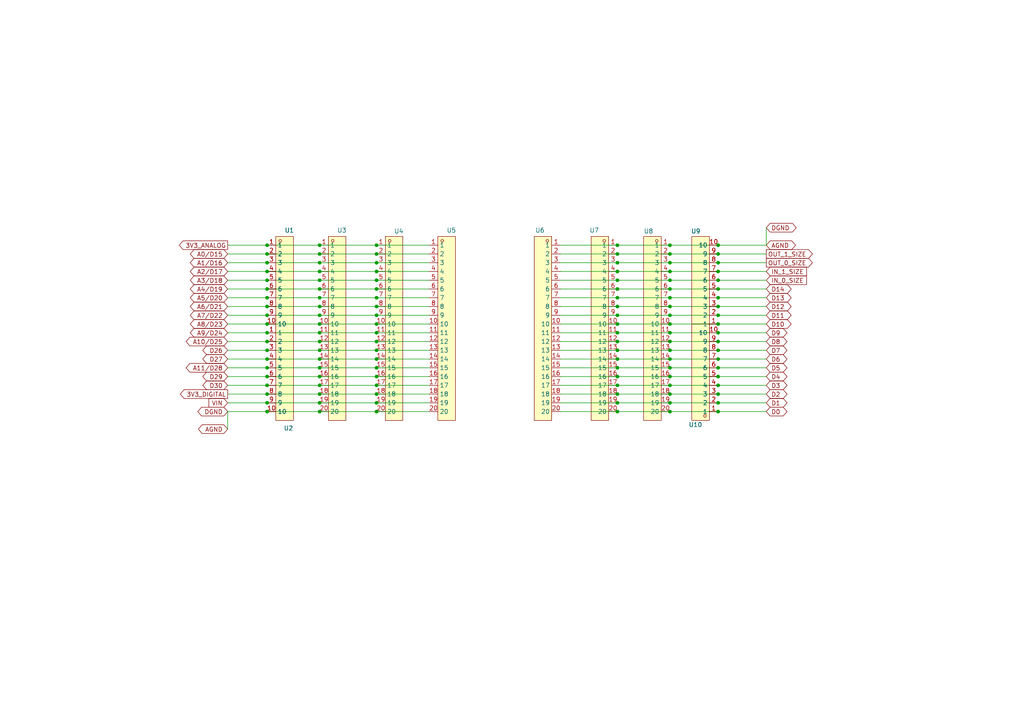
<source format=kicad_sch>
(kicad_sch (version 20250114) (generator "eeschema") (generator_version "9.0")
  (paper "A4")
  (title_block (title "Charge Seed Breakout") (date "2025-10-11") (rev "v0.1") (company "Copyright © 2025 clectric.diy Licensed under CERN-OHL-S v2") (comment 1 "Charles H. Leggett"))
  (lib_symbols
    (symbol "easyeda2kicad:2541FV-20P-B"
      (property "Reference" "U" (at 0 29.21 0))
      (property "Value" "2541FV-20P-B" (at 0 -29.21 0))
      (symbol "2541FV-20P-B_0_1"
        (rectangle (start -2.54 26.67) (end 2.54 -26.67) (fill (type background)))
        (circle (center -1.27 25.4) (radius 0.38))
        (pin unspecified line (at -5.08 24.13 0) (length 2.54) (name "1") (number "1"))
        (pin unspecified line (at -5.08 21.59 0) (length 2.54) (name "2") (number "2"))
        (pin unspecified line (at -5.08 19.05 0) (length 2.54) (name "3") (number "3"))
        (pin unspecified line (at -5.08 16.51 0) (length 2.54) (name "4") (number "4"))
        (pin unspecified line (at -5.08 13.97 0) (length 2.54) (name "5") (number "5"))
        (pin unspecified line (at -5.08 11.43 0) (length 2.54) (name "6") (number "6"))
        (pin unspecified line (at -5.08 8.89 0) (length 2.54) (name "7") (number "7"))
        (pin unspecified line (at -5.08 6.35 0) (length 2.54) (name "8") (number "8"))
        (pin unspecified line (at -5.08 3.81 0) (length 2.54) (name "9") (number "9"))
        (pin unspecified line (at -5.08 1.27 0) (length 2.54) (name "10") (number "10"))
        (pin unspecified line (at -5.08 -1.27 0) (length 2.54) (name "11") (number "11"))
        (pin unspecified line (at -5.08 -3.81 0) (length 2.54) (name "12") (number "12"))
        (pin unspecified line (at -5.08 -6.35 0) (length 2.54) (name "13") (number "13"))
        (pin unspecified line (at -5.08 -8.89 0) (length 2.54) (name "14") (number "14"))
        (pin unspecified line (at -5.08 -11.43 0) (length 2.54) (name "15") (number "15"))
        (pin unspecified line (at -5.08 -13.97 0) (length 2.54) (name "16") (number "16"))
        (pin unspecified line (at -5.08 -16.51 0) (length 2.54) (name "17") (number "17"))
        (pin unspecified line (at -5.08 -19.05 0) (length 2.54) (name "18") (number "18"))
        (pin unspecified line (at -5.08 -21.59 0) (length 2.54) (name "19") (number "19"))
        (pin unspecified line (at -5.08 -24.13 0) (length 2.54) (name "20") (number "20"))
      )
    )
    (symbol "easyeda2kicad:JL308-25410G01"
      (property "Reference" "U" (at 0 16.51 0))
      (property "Value" "JL308-25410G01" (at 0 -16.51 0))
      (symbol "JL308-25410G01_0_1"
        (rectangle (start -2.54 13.97) (end 2.54 -13.97) (fill (type background)))
        (circle (center -1.27 12.7) (radius 0.38))
        (pin unspecified line (at -5.08 11.43 0) (length 2.54) (name "1") (number "1"))
        (pin unspecified line (at -5.08 8.89 0) (length 2.54) (name "2") (number "2"))
        (pin unspecified line (at -5.08 6.35 0) (length 2.54) (name "3") (number "3"))
        (pin unspecified line (at -5.08 3.81 0) (length 2.54) (name "4") (number "4"))
        (pin unspecified line (at -5.08 1.27 0) (length 2.54) (name "5") (number "5"))
        (pin unspecified line (at -5.08 -1.27 0) (length 2.54) (name "6") (number "6"))
        (pin unspecified line (at -5.08 -3.81 0) (length 2.54) (name "7") (number "7"))
        (pin unspecified line (at -5.08 -6.35 0) (length 2.54) (name "8") (number "8"))
        (pin unspecified line (at -5.08 -8.89 0) (length 2.54) (name "9") (number "9"))
        (pin unspecified line (at -5.08 -11.43 0) (length 2.54) (name "10") (number "10"))
      )
    )
    (symbol "easyeda2kicad:P125-1120A0BS116A1"
      (property "Reference" "U" (at 0 29.21 0))
      (property "Value" "P125-1120A0BS116A1" (at 0 -29.21 0))
      (symbol "P125-1120A0BS116A1_0_1"
        (rectangle (start -2.54 26.67) (end 2.54 -26.67) (fill (type background)))
        (circle (center -1.27 25.4) (radius 0.38))
        (pin unspecified line (at -5.08 24.13 0) (length 2.54) (name "1") (number "1"))
        (pin unspecified line (at -5.08 21.59 0) (length 2.54) (name "2") (number "2"))
        (pin unspecified line (at -5.08 19.05 0) (length 2.54) (name "3") (number "3"))
        (pin unspecified line (at -5.08 16.51 0) (length 2.54) (name "4") (number "4"))
        (pin unspecified line (at -5.08 13.97 0) (length 2.54) (name "5") (number "5"))
        (pin unspecified line (at -5.08 11.43 0) (length 2.54) (name "6") (number "6"))
        (pin unspecified line (at -5.08 8.89 0) (length 2.54) (name "7") (number "7"))
        (pin unspecified line (at -5.08 6.35 0) (length 2.54) (name "8") (number "8"))
        (pin unspecified line (at -5.08 3.81 0) (length 2.54) (name "9") (number "9"))
        (pin unspecified line (at -5.08 1.27 0) (length 2.54) (name "10") (number "10"))
        (pin unspecified line (at -5.08 -1.27 0) (length 2.54) (name "11") (number "11"))
        (pin unspecified line (at -5.08 -3.81 0) (length 2.54) (name "12") (number "12"))
        (pin unspecified line (at -5.08 -6.35 0) (length 2.54) (name "13") (number "13"))
        (pin unspecified line (at -5.08 -8.89 0) (length 2.54) (name "14") (number "14"))
        (pin unspecified line (at -5.08 -11.43 0) (length 2.54) (name "15") (number "15"))
        (pin unspecified line (at -5.08 -13.97 0) (length 2.54) (name "16") (number "16"))
        (pin unspecified line (at -5.08 -16.51 0) (length 2.54) (name "17") (number "17"))
        (pin unspecified line (at -5.08 -19.05 0) (length 2.54) (name "18") (number "18"))
        (pin unspecified line (at -5.08 -21.59 0) (length 2.54) (name "19") (number "19"))
        (pin unspecified line (at -5.08 -24.13 0) (length 2.54) (name "20") (number "20"))
      )
    )
  )
  (junction (at 92.71 76.2))
  (junction (at 179.07 104.14))
  (junction (at 77.47 88.9))
  (junction (at 77.47 109.22))
  (junction (at 92.71 114.3))
  (junction (at 92.71 106.68))
  (junction (at 208.28 119.38))
  (junction (at 179.07 116.84))
  (junction (at 208.28 91.44))
  (junction (at 109.22 109.22))
  (junction (at 109.22 106.68))
  (junction (at 77.47 99.06))
  (junction (at 194.31 73.66))
  (junction (at 92.71 71.12))
  (junction (at 109.22 111.76))
  (junction (at 92.71 78.74))
  (junction (at 208.28 104.14))
  (junction (at 208.28 73.66))
  (junction (at 92.71 73.66))
  (junction (at 109.22 73.66))
  (junction (at 92.71 101.6))
  (junction (at 194.31 111.76))
  (junction (at 92.71 81.28))
  (junction (at 109.22 104.14))
  (junction (at 109.22 99.06))
  (junction (at 77.47 106.68))
  (junction (at 77.47 111.76))
  (junction (at 194.31 81.28))
  (junction (at 208.28 101.6))
  (junction (at 92.71 96.52))
  (junction (at 92.71 99.06))
  (junction (at 179.07 99.06))
  (junction (at 109.22 71.12))
  (junction (at 194.31 88.9))
  (junction (at 77.47 71.12))
  (junction (at 208.28 111.76))
  (junction (at 92.71 83.82))
  (junction (at 92.71 93.98))
  (junction (at 77.47 78.74))
  (junction (at 194.31 114.3))
  (junction (at 194.31 96.52))
  (junction (at 208.28 99.06))
  (junction (at 109.22 88.9))
  (junction (at 208.28 106.68))
  (junction (at 109.22 114.3))
  (junction (at 77.47 76.2))
  (junction (at 109.22 81.28))
  (junction (at 109.22 119.38))
  (junction (at 208.28 86.36))
  (junction (at 194.31 109.22))
  (junction (at 77.47 73.66))
  (junction (at 77.47 114.3))
  (junction (at 194.31 91.44))
  (junction (at 208.28 76.2))
  (junction (at 194.31 86.36))
  (junction (at 179.07 88.9))
  (junction (at 194.31 76.2))
  (junction (at 208.28 93.98))
  (junction (at 194.31 106.68))
  (junction (at 208.28 114.3))
  (junction (at 92.71 86.36))
  (junction (at 208.28 88.9))
  (junction (at 179.07 96.52))
  (junction (at 179.07 81.28))
  (junction (at 179.07 91.44))
  (junction (at 194.31 93.98))
  (junction (at 179.07 93.98))
  (junction (at 77.47 96.52))
  (junction (at 109.22 101.6))
  (junction (at 92.71 111.76))
  (junction (at 194.31 99.06))
  (junction (at 179.07 76.2))
  (junction (at 179.07 78.74))
  (junction (at 92.71 116.84))
  (junction (at 179.07 83.82))
  (junction (at 208.28 83.82))
  (junction (at 194.31 119.38))
  (junction (at 208.28 96.52))
  (junction (at 179.07 101.6))
  (junction (at 109.22 86.36))
  (junction (at 77.47 93.98))
  (junction (at 194.31 101.6))
  (junction (at 77.47 119.38))
  (junction (at 109.22 96.52))
  (junction (at 92.71 119.38))
  (junction (at 109.22 93.98))
  (junction (at 77.47 91.44))
  (junction (at 109.22 76.2))
  (junction (at 208.28 78.74))
  (junction (at 179.07 86.36))
  (junction (at 92.71 91.44))
  (junction (at 77.47 104.14))
  (junction (at 179.07 73.66))
  (junction (at 109.22 83.82))
  (junction (at 109.22 91.44))
  (junction (at 77.47 86.36))
  (junction (at 194.31 78.74))
  (junction (at 77.47 81.28))
  (junction (at 92.71 88.9))
  (junction (at 109.22 78.74))
  (junction (at 208.28 109.22))
  (junction (at 77.47 116.84))
  (junction (at 92.71 104.14))
  (junction (at 77.47 101.6))
  (junction (at 179.07 111.76))
  (junction (at 77.47 83.82))
  (junction (at 194.31 83.82))
  (junction (at 179.07 109.22))
  (junction (at 179.07 114.3))
  (junction (at 208.28 71.12))
  (junction (at 179.07 71.12))
  (junction (at 179.07 106.68))
  (junction (at 208.28 116.84))
  (junction (at 194.31 71.12))
  (junction (at 92.71 109.22))
  (junction (at 109.22 116.84))
  (junction (at 194.31 104.14))
  (junction (at 179.07 119.38))
  (junction (at 194.31 116.84))
  (junction (at 208.28 81.28))
  (wire (pts (xy 194.31 119.38) (xy 208.28 119.38)))
  (wire (pts (xy 109.22 76.2) (xy 124.46 76.2)))
  (wire (pts (xy 77.47 106.68) (xy 66.04 106.68)))
  (wire (pts (xy 109.22 111.76) (xy 124.46 111.76)))
  (wire (pts (xy 194.31 88.9) (xy 208.28 88.9)))
  (wire (pts (xy 109.22 93.98) (xy 124.46 93.98)))
  (wire (pts (xy 162.56 91.44) (xy 179.07 91.44)))
  (wire (pts (xy 179.07 119.38) (xy 194.31 119.38)))
  (wire (pts (xy 179.07 114.3) (xy 194.31 114.3)))
  (wire (pts (xy 109.22 88.9) (xy 92.71 88.9)))
  (wire (pts (xy 162.56 73.66) (xy 179.07 73.66)))
  (wire (pts (xy 162.56 109.22) (xy 179.07 109.22)))
  (wire (pts (xy 194.31 91.44) (xy 208.28 91.44)))
  (wire (pts (xy 194.31 78.74) (xy 208.28 78.74)))
  (wire (pts (xy 77.47 96.52) (xy 92.71 96.52)))
  (wire (pts (xy 179.07 116.84) (xy 194.31 116.84)))
  (wire (pts (xy 77.47 76.2) (xy 92.71 76.2)))
  (wire (pts (xy 208.28 101.6) (xy 222.25 101.6)))
  (wire (pts (xy 109.22 104.14) (xy 92.71 104.14)))
  (wire (pts (xy 109.22 106.68) (xy 92.71 106.68)))
  (wire (pts (xy 77.47 86.36) (xy 92.71 86.36)))
  (wire (pts (xy 109.22 114.3) (xy 124.46 114.3)))
  (wire (pts (xy 109.22 73.66) (xy 92.71 73.66)))
  (wire (pts (xy 109.22 76.2) (xy 92.71 76.2)))
  (wire (pts (xy 208.28 73.66) (xy 222.25 73.66)))
  (wire (pts (xy 179.07 81.28) (xy 194.31 81.28)))
  (wire (pts (xy 109.22 78.74) (xy 124.46 78.74)))
  (wire (pts (xy 109.22 91.44) (xy 92.71 91.44)))
  (wire (pts (xy 77.47 78.74) (xy 66.04 78.74)))
  (wire (pts (xy 208.28 83.82) (xy 222.25 83.82)))
  (wire (pts (xy 109.22 71.12) (xy 92.71 71.12)))
  (wire (pts (xy 77.47 114.3) (xy 92.71 114.3)))
  (wire (pts (xy 77.47 104.14) (xy 92.71 104.14)))
  (wire (pts (xy 77.47 109.22) (xy 92.71 109.22)))
  (wire (pts (xy 179.07 73.66) (xy 194.31 73.66)))
  (wire (pts (xy 109.22 109.22) (xy 92.71 109.22)))
  (wire (pts (xy 194.31 104.14) (xy 208.28 104.14)))
  (wire (pts (xy 77.47 119.38) (xy 92.71 119.38)))
  (wire (pts (xy 109.22 88.9) (xy 124.46 88.9)))
  (wire (pts (xy 208.28 81.28) (xy 222.25 81.28)))
  (wire (pts (xy 179.07 88.9) (xy 194.31 88.9)))
  (wire (pts (xy 77.47 106.68) (xy 92.71 106.68)))
  (wire (pts (xy 162.56 104.14) (xy 179.07 104.14)))
  (wire (pts (xy 162.56 96.52) (xy 179.07 96.52)))
  (wire (pts (xy 109.22 83.82) (xy 92.71 83.82)))
  (wire (pts (xy 77.47 86.36) (xy 66.04 86.36)))
  (wire (pts (xy 77.47 91.44) (xy 92.71 91.44)))
  (wire (pts (xy 77.47 114.3) (xy 66.04 114.3)))
  (wire (pts (xy 109.22 119.38) (xy 124.46 119.38)))
  (wire (pts (xy 162.56 88.9) (xy 179.07 88.9)))
  (wire (pts (xy 77.47 71.12) (xy 66.04 71.12)))
  (wire (pts (xy 162.56 86.36) (xy 179.07 86.36)))
  (wire (pts (xy 194.31 116.84) (xy 208.28 116.84)))
  (wire (pts (xy 208.28 78.74) (xy 222.25 78.74)))
  (wire (pts (xy 194.31 111.76) (xy 208.28 111.76)))
  (wire (pts (xy 179.07 71.12) (xy 194.31 71.12)))
  (wire (pts (xy 208.28 119.38) (xy 222.25 119.38)))
  (wire (pts (xy 77.47 83.82) (xy 92.71 83.82)))
  (wire (pts (xy 109.22 114.3) (xy 92.71 114.3)))
  (wire (pts (xy 208.28 71.12) (xy 222.25 71.12)))
  (wire (pts (xy 109.22 111.76) (xy 92.71 111.76)))
  (wire (pts (xy 162.56 81.28) (xy 179.07 81.28)))
  (wire (pts (xy 208.28 109.22) (xy 222.25 109.22)))
  (wire (pts (xy 77.47 109.22) (xy 66.04 109.22)))
  (wire (pts (xy 77.47 88.9) (xy 92.71 88.9)))
  (wire (pts (xy 109.22 81.28) (xy 92.71 81.28)))
  (wire (pts (xy 194.31 101.6) (xy 208.28 101.6)))
  (wire (pts (xy 109.22 116.84) (xy 124.46 116.84)))
  (wire (pts (xy 208.28 111.76) (xy 222.25 111.76)))
  (wire (pts (xy 222.25 66.04) (xy 222.25 71.12)))
  (wire (pts (xy 77.47 78.74) (xy 92.71 78.74)))
  (wire (pts (xy 77.47 119.38) (xy 66.04 119.38)))
  (wire (pts (xy 109.22 81.28) (xy 124.46 81.28)))
  (wire (pts (xy 194.31 76.2) (xy 208.28 76.2)))
  (wire (pts (xy 194.31 71.12) (xy 208.28 71.12)))
  (wire (pts (xy 208.28 104.14) (xy 222.25 104.14)))
  (wire (pts (xy 77.47 99.06) (xy 66.04 99.06)))
  (wire (pts (xy 194.31 109.22) (xy 208.28 109.22)))
  (wire (pts (xy 179.07 78.74) (xy 194.31 78.74)))
  (wire (pts (xy 194.31 93.98) (xy 208.28 93.98)))
  (wire (pts (xy 109.22 119.38) (xy 92.71 119.38)))
  (wire (pts (xy 208.28 114.3) (xy 222.25 114.3)))
  (wire (pts (xy 77.47 93.98) (xy 92.71 93.98)))
  (wire (pts (xy 194.31 83.82) (xy 208.28 83.82)))
  (wire (pts (xy 109.22 73.66) (xy 124.46 73.66)))
  (wire (pts (xy 77.47 73.66) (xy 92.71 73.66)))
  (wire (pts (xy 77.47 73.66) (xy 66.04 73.66)))
  (wire (pts (xy 179.07 86.36) (xy 194.31 86.36)))
  (wire (pts (xy 109.22 78.74) (xy 92.71 78.74)))
  (wire (pts (xy 194.31 99.06) (xy 208.28 99.06)))
  (wire (pts (xy 179.07 96.52) (xy 194.31 96.52)))
  (wire (pts (xy 66.04 119.38) (xy 66.04 124.46)))
  (wire (pts (xy 109.22 101.6) (xy 124.46 101.6)))
  (wire (pts (xy 179.07 93.98) (xy 194.31 93.98)))
  (wire (pts (xy 208.28 116.84) (xy 222.25 116.84)))
  (wire (pts (xy 208.28 96.52) (xy 222.25 96.52)))
  (wire (pts (xy 208.28 99.06) (xy 222.25 99.06)))
  (wire (pts (xy 162.56 116.84) (xy 179.07 116.84)))
  (wire (pts (xy 77.47 101.6) (xy 92.71 101.6)))
  (wire (pts (xy 109.22 71.12) (xy 124.46 71.12)))
  (wire (pts (xy 77.47 81.28) (xy 66.04 81.28)))
  (wire (pts (xy 179.07 106.68) (xy 194.31 106.68)))
  (wire (pts (xy 77.47 88.9) (xy 66.04 88.9)))
  (wire (pts (xy 77.47 96.52) (xy 66.04 96.52)))
  (wire (pts (xy 179.07 111.76) (xy 194.31 111.76)))
  (wire (pts (xy 179.07 109.22) (xy 194.31 109.22)))
  (wire (pts (xy 109.22 96.52) (xy 124.46 96.52)))
  (wire (pts (xy 77.47 116.84) (xy 66.04 116.84)))
  (wire (pts (xy 208.28 76.2) (xy 222.25 76.2)))
  (wire (pts (xy 194.31 81.28) (xy 208.28 81.28)))
  (wire (pts (xy 162.56 106.68) (xy 179.07 106.68)))
  (wire (pts (xy 77.47 91.44) (xy 66.04 91.44)))
  (wire (pts (xy 77.47 83.82) (xy 66.04 83.82)))
  (wire (pts (xy 179.07 99.06) (xy 194.31 99.06)))
  (wire (pts (xy 109.22 83.82) (xy 124.46 83.82)))
  (wire (pts (xy 77.47 116.84) (xy 92.71 116.84)))
  (wire (pts (xy 162.56 71.12) (xy 179.07 71.12)))
  (wire (pts (xy 208.28 86.36) (xy 222.25 86.36)))
  (wire (pts (xy 77.47 93.98) (xy 66.04 93.98)))
  (wire (pts (xy 77.47 111.76) (xy 92.71 111.76)))
  (wire (pts (xy 109.22 116.84) (xy 92.71 116.84)))
  (wire (pts (xy 194.31 106.68) (xy 208.28 106.68)))
  (wire (pts (xy 109.22 91.44) (xy 124.46 91.44)))
  (wire (pts (xy 208.28 106.68) (xy 222.25 106.68)))
  (wire (pts (xy 179.07 76.2) (xy 194.31 76.2)))
  (wire (pts (xy 162.56 99.06) (xy 179.07 99.06)))
  (wire (pts (xy 162.56 111.76) (xy 179.07 111.76)))
  (wire (pts (xy 109.22 99.06) (xy 92.71 99.06)))
  (wire (pts (xy 179.07 104.14) (xy 194.31 104.14)))
  (wire (pts (xy 109.22 101.6) (xy 92.71 101.6)))
  (wire (pts (xy 77.47 99.06) (xy 92.71 99.06)))
  (wire (pts (xy 77.47 101.6) (xy 66.04 101.6)))
  (wire (pts (xy 208.28 91.44) (xy 222.25 91.44)))
  (wire (pts (xy 162.56 76.2) (xy 179.07 76.2)))
  (wire (pts (xy 109.22 96.52) (xy 92.71 96.52)))
  (wire (pts (xy 109.22 86.36) (xy 92.71 86.36)))
  (wire (pts (xy 194.31 96.52) (xy 208.28 96.52)))
  (wire (pts (xy 109.22 104.14) (xy 124.46 104.14)))
  (wire (pts (xy 162.56 93.98) (xy 179.07 93.98)))
  (wire (pts (xy 208.28 88.9) (xy 222.25 88.9)))
  (wire (pts (xy 109.22 109.22) (xy 124.46 109.22)))
  (wire (pts (xy 77.47 81.28) (xy 92.71 81.28)))
  (wire (pts (xy 194.31 73.66) (xy 208.28 73.66)))
  (wire (pts (xy 77.47 111.76) (xy 66.04 111.76)))
  (wire (pts (xy 109.22 93.98) (xy 92.71 93.98)))
  (wire (pts (xy 109.22 86.36) (xy 124.46 86.36)))
  (wire (pts (xy 179.07 101.6) (xy 194.31 101.6)))
  (wire (pts (xy 179.07 91.44) (xy 194.31 91.44)))
  (wire (pts (xy 77.47 76.2) (xy 66.04 76.2)))
  (wire (pts (xy 162.56 83.82) (xy 179.07 83.82)))
  (wire (pts (xy 162.56 78.74) (xy 179.07 78.74)))
  (wire (pts (xy 162.56 119.38) (xy 179.07 119.38)))
  (wire (pts (xy 109.22 99.06) (xy 124.46 99.06)))
  (wire (pts (xy 109.22 106.68) (xy 124.46 106.68)))
  (wire (pts (xy 77.47 71.12) (xy 92.71 71.12)))
  (wire (pts (xy 179.07 83.82) (xy 194.31 83.82)))
  (wire (pts (xy 162.56 101.6) (xy 179.07 101.6)))
  (wire (pts (xy 208.28 93.98) (xy 222.25 93.98)))
  (wire (pts (xy 194.31 114.3) (xy 208.28 114.3)))
  (wire (pts (xy 162.56 114.3) (xy 179.07 114.3)))
  (wire (pts (xy 77.47 104.14) (xy 66.04 104.14)))
  (wire (pts (xy 194.31 86.36) (xy 208.28 86.36)))
  (global_label "OUT_0_SIZE" (shape output) (at 222.25 76.2 0) (property "Intersheetrefs" "${INTERSHEET_REFS}" (effects (hide yes))))
  (global_label "AGND" (shape bidirectional) (at 222.25 71.12 0) (property "Intersheetrefs" "${INTERSHEET_REFS}" (effects (hide yes))))
  (global_label "IN_1_SIZE" (shape input) (at 222.25 78.74 0) (property "Intersheetrefs" "${INTERSHEET_REFS}" (effects (hide yes))))
  (global_label "IN_0_SIZE" (shape input) (at 222.25 81.28 0) (property "Intersheetrefs" "${INTERSHEET_REFS}" (effects (hide yes))))
  (global_label "OUT_1_SIZE" (shape output) (at 222.25 73.66 0) (property "Intersheetrefs" "${INTERSHEET_REFS}" (effects (hide yes))))
  (global_label "D13" (shape bidirectional) (at 222.25 86.36 0) (property "Intersheetrefs" "${INTERSHEET_REFS}" (effects (hide yes))))
  (global_label "D12" (shape bidirectional) (at 222.25 88.9 0) (property "Intersheetrefs" "${INTERSHEET_REFS}" (effects (hide yes))))
  (global_label "D9" (shape bidirectional) (at 222.25 96.52 0) (property "Intersheetrefs" "${INTERSHEET_REFS}" (effects (hide yes))))
  (global_label "D14" (shape bidirectional) (at 222.25 83.82 0) (property "Intersheetrefs" "${INTERSHEET_REFS}" (effects (hide yes))))
  (global_label "D11" (shape bidirectional) (at 222.25 91.44 0) (property "Intersheetrefs" "${INTERSHEET_REFS}" (effects (hide yes))))
  (global_label "D10" (shape bidirectional) (at 222.25 93.98 0) (property "Intersheetrefs" "${INTERSHEET_REFS}" (effects (hide yes))))
  (global_label "D8" (shape bidirectional) (at 222.25 99.06 0) (property "Intersheetrefs" "${INTERSHEET_REFS}" (effects (hide yes))))
  (global_label "D7" (shape bidirectional) (at 222.25 101.6 0) (property "Intersheetrefs" "${INTERSHEET_REFS}" (effects (hide yes))))
  (global_label "D2" (shape bidirectional) (at 222.25 114.3 0) (property "Intersheetrefs" "${INTERSHEET_REFS}" (effects (hide yes))))
  (global_label "D6" (shape bidirectional) (at 222.25 104.14 0) (property "Intersheetrefs" "${INTERSHEET_REFS}" (effects (hide yes))))
  (global_label "D5" (shape bidirectional) (at 222.25 106.68 0) (property "Intersheetrefs" "${INTERSHEET_REFS}" (effects (hide yes))))
  (global_label "D3" (shape bidirectional) (at 222.25 111.76 0) (property "Intersheetrefs" "${INTERSHEET_REFS}" (effects (hide yes))))
  (global_label "D4" (shape bidirectional) (at 222.25 109.22 0) (property "Intersheetrefs" "${INTERSHEET_REFS}" (effects (hide yes))))
  (global_label "D1" (shape bidirectional) (at 222.25 116.84 0) (property "Intersheetrefs" "${INTERSHEET_REFS}" (effects (hide yes))))
  (global_label "D0" (shape bidirectional) (at 222.25 119.38 0) (property "Intersheetrefs" "${INTERSHEET_REFS}" (effects (hide yes))))
  (global_label "A2{slash}D17" (shape bidirectional) (at 66.04 78.74 180) (property "Intersheetrefs" "${INTERSHEET_REFS}" (effects (hide yes))))
  (global_label "3V3_ANALOG" (shape output) (at 66.04 71.12 180) (property "Intersheetrefs" "${INTERSHEET_REFS}" (effects (hide yes))))
  (global_label "A1{slash}D16" (shape bidirectional) (at 66.04 76.2 180) (property "Intersheetrefs" "${INTERSHEET_REFS}" (effects (hide yes))))
  (global_label "A0{slash}D15" (shape bidirectional) (at 66.04 73.66 180) (property "Intersheetrefs" "${INTERSHEET_REFS}" (effects (hide yes))))
  (global_label "A3{slash}D18" (shape bidirectional) (at 66.04 81.28 180) (property "Intersheetrefs" "${INTERSHEET_REFS}" (effects (hide yes))))
  (global_label "A11{slash}D28" (shape bidirectional) (at 66.04 106.68 180) (property "Intersheetrefs" "${INTERSHEET_REFS}" (effects (hide yes))))
  (global_label "D27" (shape bidirectional) (at 66.04 104.14 180) (property "Intersheetrefs" "${INTERSHEET_REFS}" (effects (hide yes))))
  (global_label "A10{slash}D25" (shape bidirectional) (at 66.04 99.06 180) (property "Intersheetrefs" "${INTERSHEET_REFS}" (effects (hide yes))))
  (global_label "D26" (shape bidirectional) (at 66.04 101.6 180) (property "Intersheetrefs" "${INTERSHEET_REFS}" (effects (hide yes))))
  (global_label "D29" (shape bidirectional) (at 66.04 109.22 180) (property "Intersheetrefs" "${INTERSHEET_REFS}" (effects (hide yes))))
  (global_label "A5{slash}D20" (shape bidirectional) (at 66.04 86.36 180) (property "Intersheetrefs" "${INTERSHEET_REFS}" (effects (hide yes))))
  (global_label "A6{slash}D21" (shape bidirectional) (at 66.04 88.9 180) (property "Intersheetrefs" "${INTERSHEET_REFS}" (effects (hide yes))))
  (global_label "A4{slash}D19" (shape bidirectional) (at 66.04 83.82 180) (property "Intersheetrefs" "${INTERSHEET_REFS}" (effects (hide yes))))
  (global_label "A7{slash}D22" (shape bidirectional) (at 66.04 91.44 180) (property "Intersheetrefs" "${INTERSHEET_REFS}" (effects (hide yes))))
  (global_label "A8{slash}D23" (shape bidirectional) (at 66.04 93.98 180) (property "Intersheetrefs" "${INTERSHEET_REFS}" (effects (hide yes))))
  (global_label "A9{slash}D24" (shape bidirectional) (at 66.04 96.52 180) (property "Intersheetrefs" "${INTERSHEET_REFS}" (effects (hide yes))))
  (global_label "D30" (shape bidirectional) (at 66.04 111.76 180) (property "Intersheetrefs" "${INTERSHEET_REFS}" (effects (hide yes))))
  (global_label "3V3_DIGITAL" (shape output) (at 66.04 114.3 180) (property "Intersheetrefs" "${INTERSHEET_REFS}" (effects (hide yes))))
  (global_label "DGND" (shape bidirectional) (at 66.04 119.38 180) (property "Intersheetrefs" "${INTERSHEET_REFS}" (effects (hide yes))))
  (global_label "VIN" (shape input) (at 66.04 116.84 180) (property "Intersheetrefs" "${INTERSHEET_REFS}" (effects (hide yes))))
  (global_label "DGND" (shape bidirectional) (at 222.25 66.04 0) (property "Intersheetrefs" "${INTERSHEET_REFS}" (effects (hide yes))))
  (global_label "AGND" (shape bidirectional) (at 66.04 124.46 180) (property "Intersheetrefs" "${INTERSHEET_REFS}" (effects (hide yes))))
  (symbol (lib_id "easyeda2kicad:P125-1120A0BS116A1") (at 157.48 95.25 0) (mirror y) (unit 1)
    (property "Reference" "U6" (at 157.988 66.802 0) (effects (justify left)))
    (property "Value" "P125-1120A0BS116A1" (effects (hide yes)))
    (property "Footprint" "easyeda2kicad:HDR-TH_20P-P2.54-V-M-4" (effects (hide yes)))
    (property "LCSC Part" "C19190492" (effects (hide yes)))
  )
  (symbol (lib_id "easyeda2kicad:2541FV-20P-B") (at 114.3 95.25 0) (unit 1)
    (property "Reference" "U4" (at 114.3 67.056 0) (effects (justify left)))
    (property "Value" "2541FV-20P-B" (effects (hide yes)))
    (property "Footprint" "easyeda2kicad:HDR-TH_20P-P2.54-V-F-2" (effects (hide yes)))
    (property "LCSC Part" "C25503124" (effects (hide yes)))
  )
  (symbol (lib_id "easyeda2kicad:JL308-25410G01") (at 203.2 82.55 180) (unit 1)
    (property "Reference" "U9" (at 203.2 67.056 0) (effects (justify left)))
    (property "Value" "JL308-25410G01" (effects (hide yes)))
    (property "Footprint" "easyeda2kicad:CONN-TH_10P-P2.54_JILN_JL308-25410G01" (effects (hide yes)))
    (property "LCSC Part" "C2922605" (effects (hide yes)))
  )
  (symbol (lib_id "easyeda2kicad:JL308-25410G01") (at 82.55 107.95 0) (unit 1)
    (property "Reference" "U2" (at 82.296 124.206 0) (effects (justify left)))
    (property "Value" "JL308-25410G01" (effects (hide yes)))
    (property "Footprint" "easyeda2kicad:CONN-TH_10P-P2.54_JILN_JL308-25410G01" (effects (hide yes)))
    (property "LCSC Part" "C2922605" (effects (hide yes)))
  )
  (symbol (lib_id "easyeda2kicad:2541FV-20P-B") (at 189.23 95.25 0) (mirror y) (unit 1)
    (property "Reference" "U8" (at 189.484 67.056 0) (effects (justify left)))
    (property "Value" "2541FV-20P-B" (effects (hide yes)))
    (property "Footprint" "easyeda2kicad:HDR-TH_20P-P2.54-V-F-2" (effects (hide yes)))
    (property "LCSC Part" "C25503124" (effects (hide yes)))
  )
  (symbol (lib_id "easyeda2kicad:2541FV-20P-B") (at 129.54 95.25 0) (unit 1)
    (property "Reference" "U5" (at 129.54 66.802 0) (effects (justify left)))
    (property "Value" "2541FV-20P-B" (effects (hide yes)))
    (property "Footprint" "easyeda2kicad:HDR-TH_20P-P2.54-V-F-2" (effects (hide yes)))
    (property "LCSC Part" "C25503124" (effects (hide yes)))
  )
  (symbol (lib_id "easyeda2kicad:JL308-25410G01") (at 82.55 82.55 0) (unit 1)
    (property "Reference" "U1" (at 82.55 66.802 0) (effects (justify left)))
    (property "Value" "JL308-25410G01" (effects (hide yes)))
    (property "Footprint" "easyeda2kicad:CONN-TH_10P-P2.54_JILN_JL308-25410G01" (effects (hide yes)))
    (property "LCSC Part" "C2922605" (effects (hide yes)))
  )
  (symbol (lib_id "easyeda2kicad:JL308-25410G01") (at 203.2 107.95 180) (unit 1)
    (property "Reference" "U10" (at 203.708 123.19 0) (effects (justify left)))
    (property "Value" "JL308-25410G01" (effects (hide yes)))
    (property "Footprint" "easyeda2kicad:CONN-TH_10P-P2.54_JILN_JL308-25410G01" (effects (hide yes)))
    (property "LCSC Part" "C2922605" (effects (hide yes)))
  )
  (symbol (lib_id "easyeda2kicad:2541FV-20P-B") (at 173.99 95.25 0) (mirror y) (unit 1)
    (property "Reference" "U7" (at 173.736 66.802 0) (effects (justify left)))
    (property "Value" "2541FV-20P-B" (effects (hide yes)))
    (property "Footprint" "easyeda2kicad:HDR-TH_20P-P2.54-V-F-2" (effects (hide yes)))
    (property "LCSC Part" "C25503124" (effects (hide yes)))
  )
  (symbol (lib_id "easyeda2kicad:P125-1120A0BS116A1") (at 97.79 95.25 0) (unit 1)
    (property "Reference" "U3" (at 97.79 66.802 0) (effects (justify left)))
    (property "Value" "P125-1120A0BS116A1" (effects (hide yes)))
    (property "Footprint" "easyeda2kicad:HDR-TH_20P-P2.54-V-M-4" (effects (hide yes)))
    (property "LCSC Part" "C19190492" (effects (hide yes)))
  )
)
</source>
